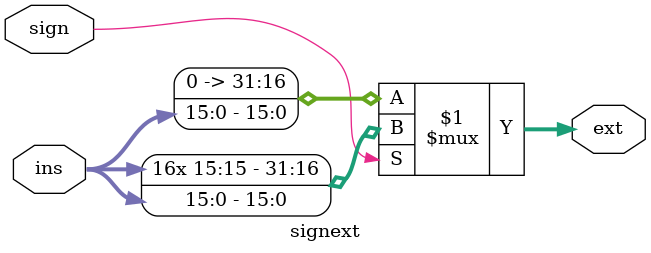
<source format=v>
`timescale 1ns / 1ps
module signext(
    input [15:0] ins,
    input sign,
    output [31:0] ext
);

    // sign 为 1 为符号扩展，为 0 为无符号扩展
    assign ext = sign ? {{16{ins[15]}}, ins} : {{16{1'b0}}, ins};

endmodule

</source>
